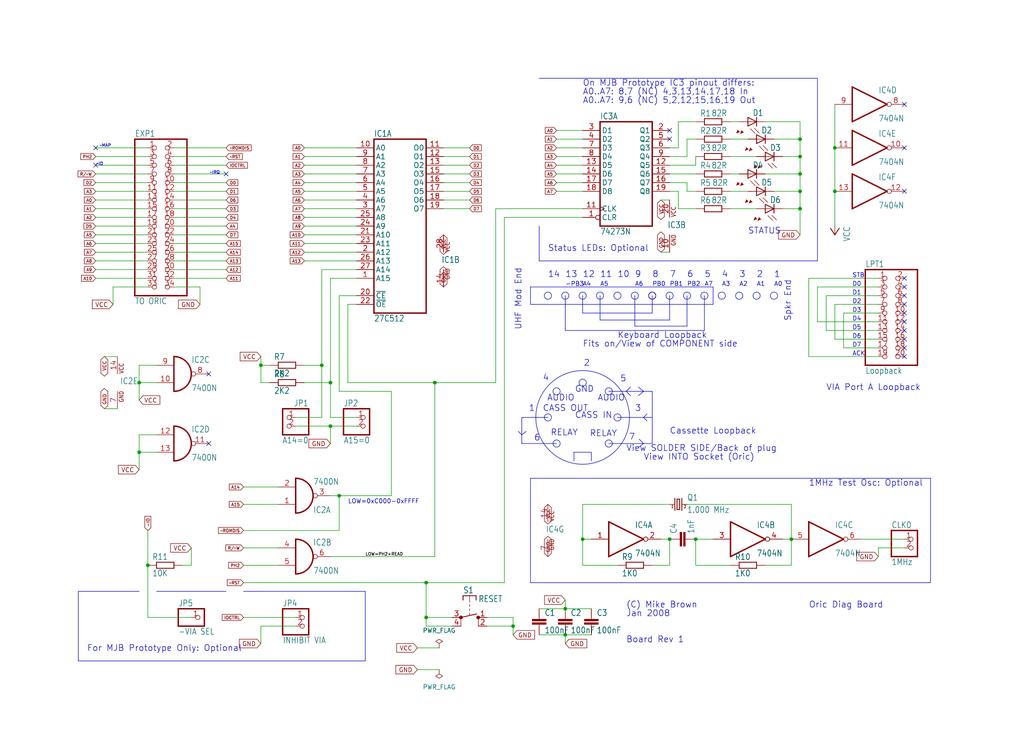
<source format=kicad_sch>
(kicad_sch (version 20250114) (generator "eeschema") (generator_version "9.0")
  (paper "User" 299.085 218.211)
  (circle (center 190.5 86.36) (radius 1.0472) (stroke (width 0.1524)))
  (circle (center 220.98 86.36) (radius 1.0472) (stroke (width 0.1524)))
  (circle (center 226.06 86.36) (radius 1.0472) (stroke (width 0.1524)))
  (circle (center 215.9 86.36) (radius 1.0472) (stroke (width 0.1524)))
  (circle (center 195.58 86.36) (radius 1.0472) (stroke (width 0.1524)))
  (circle (center 180.34 121.92) (radius 1.0472) (stroke (width 0.1524)))
  (circle (center 190.5 86.36) (radius 1.0472) (stroke (width 0.1524)))
  (circle (center 185.42 86.36) (radius 1.0472) (stroke (width 0.1524)))
  (circle (center 162.56 129.54) (radius 1.0472) (stroke (width 0.1524)))
  (circle (center 162.56 114.3) (radius 1.0472) (stroke (width 0.1524)))
  (circle (center 205.74 86.36) (radius 1.0472) (stroke (width 0.1524)))
  (circle (center 175.26 86.36) (radius 1.0472) (stroke (width 0.1524)))
  (circle (center 165.1 86.36) (radius 1.0472) (stroke (width 0.1524)))
  (circle (center 160.02 86.36) (radius 1.0472) (stroke (width 0.1524)))
  (circle (center 170.18 121.92) (radius 13.6783) (stroke (width 0.1524)))
  (circle (center 170.18 111.76) (radius 1.0472) (stroke (width 0.1524)))
  (circle (center 170.18 86.36) (radius 1.0472) (stroke (width 0.1524)))
  (circle (center 160.02 121.92) (radius 1.0472) (stroke (width 0.1524)))
  (circle (center 200.66 86.36) (radius 1.0472) (stroke (width 0.1524)))
  (circle (center 210.82 86.36) (radius 1.0472) (stroke (width 0.1524)))
  (circle (center 180.34 86.36) (radius 1.0472) (stroke (width 0.1524)))
  (circle (center 177.8 114.3) (radius 1.0472) (stroke (width 0.1524)))
  (circle (center 177.8 129.54) (radius 1.0472) (stroke (width 0.1524)))
  (text "~IRQ" (at 61.214 50.546 0) (effects (font (size 0.889 0.889)) (justify left)))
  (text "Status LEDs: Optional" (at 160.02 73.66 0) (effects (font (size 1.778 1.778)) (justify left bottom)))
  (text "9" (at 185.42 81.28 0) (effects (font (size 1.778 1.778)) (justify left bottom)))
  (text "A5" (at 175.26 83.82 0) (effects (font (size 1.27 1.27)) (justify left bottom)))
  (text "AUDIO" (at 159.766 117.348 0) (effects (font (size 1.778 1.778)) (justify left bottom)))
  (text "UHF Mod End" (at 152.4 96.52 90) (effects (font (size 1.778 1.778)) (justify left bottom)))
  (text "6" (at 200.66 81.28 0) (effects (font (size 1.778 1.778)) (justify left bottom)))
  (text "A0" (at 226.06 83.82 0) (effects (font (size 1.27 1.27)) (justify left bottom)))
  (text "On MJB Prototype IC3 pinout differs:" (at 170.18 25.4 0) (effects (font (size 1.778 1.778)) (justify left bottom)))
  (text "2" (at 220.98 81.28 0) (effects (font (size 1.778 1.778)) (justify left bottom)))
  (text "~IO" (at 30.226 48.006 0) (effects (font (size 0.889 0.889)) (justify right)))
  (text "D4" (at 248.92 93.98 0) (effects (font (size 1.27 1.27)) (justify left bottom)))
  (text "1" (at 226.06 81.28 0) (effects (font (size 1.778 1.778)) (justify left bottom)))
  (text "5" (at 181.102 111.76 0) (effects (font (size 1.778 1.778)) (justify left bottom)))
  (text "PB1" (at 195.58 83.82 0) (effects (font (size 1.27 1.27)) (justify left bottom)))
  (text "A2" (at 215.9 83.82 0) (effects (font (size 1.27 1.27)) (justify left bottom)))
  (text "ACK" (at 248.92 104.14 0) (effects (font (size 1.27 1.27)) (justify left bottom)))
  (text "D5" (at 248.92 96.52 0) (effects (font (size 1.27 1.27)) (justify left bottom)))
  (text "D0" (at 248.92 83.82 0) (effects (font (size 1.27 1.27)) (justify left bottom)))
  (text "D1" (at 248.92 86.36 0) (effects (font (size 1.27 1.27)) (justify left bottom)))
  (text "4" (at 158.496 111.506 0) (effects (font (size 1.778 1.778)) (justify left bottom)))
  (text "A1" (at 220.98 83.82 0) (effects (font (size 1.27 1.27)) (justify left bottom)))
  (text "D3" (at 248.92 91.44 0) (effects (font (size 1.27 1.27)) (justify left bottom)))
  (text "1" (at 154.432 120.396 0) (effects (font (size 1.778 1.778)) (justify left bottom)))
  (text "PB2" (at 200.66 83.82 0) (effects (font (size 1.27 1.27)) (justify left bottom)))
  (text "1MHz Test Osc: Optional" (at 236.22 142.24 0) (effects (font (size 1.778 1.778)) (justify left bottom)))
  (text "A7" (at 205.74 83.82 0) (effects (font (size 1.27 1.27)) (justify left bottom)))
  (text "CASS OUT" (at 158.496 120.396 0) (effects (font (size 1.778 1.778)) (justify left bottom)))
  (text "STB" (at 248.92 81.28 0) (effects (font (size 1.27 1.27)) (justify left bottom)))
  (text "Spkr End" (at 231.14 93.98 90) (effects (font (size 1.778 1.778)) (justify left bottom)))
  (text "11" (at 175.26 81.28 0) (effects (font (size 1.778 1.778)) (justify left bottom)))
  (text "D2" (at 248.92 88.9 0) (effects (font (size 1.27 1.27)) (justify left bottom)))
  (text "Oric Diag Board" (at 236.22 177.8 0) (effects (font (size 1.778 1.778)) (justify left bottom)))
  (text "Cassette Loopback" (at 195.58 127 0) (effects (font (size 1.778 1.778)) (justify left bottom)))
  (text "Board Rev 1" (at 182.88 187.96 0) (effects (font (size 1.778 1.778)) (justify left bottom)))
  (text "7" (at 195.58 81.28 0) (effects (font (size 1.778 1.778)) (justify left bottom)))
  (text "5" (at 205.74 81.28 0) (effects (font (size 1.778 1.778)) (justify left bottom)))
  (text "For MJB Prototype Only: Optional" (at 25.4 190.5 0) (effects (font (size 1.778 1.778)) (justify left bottom)))
  (text "-PB3" (at 165.1 83.82 0) (effects (font (size 1.27 1.27)) (justify left bottom)))
  (text "~MAP" (at 32.512 42.672 0) (effects (font (size 0.889 0.889)) (justify right)))
  (text "PB0" (at 190.5 83.82 0) (effects (font (size 1.27 1.27)) (justify left bottom)))
  (text "10" (at 180.34 81.28 0) (effects (font (size 1.778 1.778)) (justify left bottom)))
  (text "2" (at 170.434 107.188 0) (effects (font (size 1.778 1.778)) (justify left bottom)))
  (text "AUDIO" (at 174.498 117.348 0) (effects (font (size 1.778 1.778)) (justify left bottom)))
  (text "12" (at 170.18 81.28 0) (effects (font (size 1.778 1.778)) (justify left bottom)))
  (text "3" (at 185.42 120.396 0) (effects (font (size 1.778 1.778)) (justify left bottom)))
  (text "Fits on/View of COMPONENT side" (at 170.18 101.6 0) (effects (font (size 1.778 1.778)) (justify left bottom)))
  (text "A4" (at 170.18 83.82 0) (effects (font (size 1.27 1.27)) (justify left bottom)))
  (text "Jan 2008" (at 182.88 180.34 0) (effects (font (size 1.778 1.778)) (justify left bottom)))
  (text "A3" (at 210.82 83.82 0) (effects (font (size 1.27 1.27)) (justify left bottom)))
  (text "14" (at 160.02 81.28 0) (effects (font (size 1.778 1.778)) (justify left bottom)))
  (text "A0..A7: 8,7 (NC) 4,3,13,14,17,18 In" (at 170.18 27.94 0) (effects (font (size 1.778 1.778)) (justify left bottom)))
  (text "RELAY" (at 160.782 127.508 0) (effects (font (size 1.778 1.778)) (justify left bottom)))
  (text "RELAY" (at 172.212 127.762 0) (effects (font (size 1.778 1.778)) (justify left bottom)))
  (text "VIA Port A Loopback" (at 241.3 114.3 0) (effects (font (size 1.778 1.778)) (justify left bottom)))
  (text "4" (at 210.82 81.28 0) (effects (font (size 1.778 1.778)) (justify left bottom)))
  (text "8" (at 190.5 81.28 0) (effects (font (size 1.778 1.778)) (justify left bottom)))
  (text "A6" (at 185.42 83.82 0) (effects (font (size 1.27 1.27)) (justify left bottom)))
  (text "A0..A7: 9,6 (NC) 5,2,12,15,16,19 Out" (at 170.18 30.48 0) (effects (font (size 1.778 1.778)) (justify left bottom)))
  (text "Keyboard Loopback" (at 180.34 99.06 0) (effects (font (size 1.778 1.778)) (justify left bottom)))
  (text "6" (at 155.956 129.032 0) (effects (font (size 1.778 1.778)) (justify left bottom)))
  (text "View INTO Socket (Oric)" (at 187.96 134.62 0) (effects (font (size 1.778 1.778)) (justify left bottom)))
  (text "CASS IN" (at 167.894 122.428 0) (effects (font (size 1.778 1.778)) (justify left bottom)))
  (text "GND" (at 167.894 114.808 0) (effects (font (size 1.778 1.778)) (justify left bottom)))
  (text "D7" (at 248.92 101.6 0) (effects (font (size 1.27 1.27)) (justify left bottom)))
  (text "View SOLDER SIDE/Back of plug" (at 182.88 132.08 0) (effects (font (size 1.778 1.778)) (justify left bottom)))
  (text "LOW=0xC000-0xFFFF" (at 101.6 147.32 0) (effects (font (size 1.27 1.27)) (justify left bottom)))
  (text "3" (at 215.9 81.28 0) (effects (font (size 1.778 1.778)) (justify left bottom)))
  (text "13" (at 165.1 81.28 0) (effects (font (size 1.778 1.778)) (justify left bottom)))
  (text "(C) Mike Brown" (at 182.88 177.8 0) (effects (font (size 1.778 1.778)) (justify left bottom)))
  (text "STATUS" (at 218.44 68.58 0) (effects (font (size 1.778 1.778)) (justify left bottom)))
  (text "7" (at 183.642 128.778 0) (effects (font (size 1.778 1.778)) (justify left bottom)))
  (text "D6" (at 248.92 99.06 0) (effects (font (size 1.27 1.27)) (justify left bottom)))
  (junction (at 127 111.76))
  (junction (at 203.2 157.48))
  (junction (at 233.68 55.88))
  (junction (at 96.52 124.46))
  (junction (at 243.84 43.18))
  (junction (at 124.46 170.18))
  (junction (at 93.98 106.68))
  (junction (at 233.68 45.72))
  (junction (at 233.68 40.64))
  (junction (at 195.58 157.48))
  (junction (at 165.1 177.8))
  (junction (at 231.14 157.48))
  (junction (at 96.52 111.76))
  (junction (at 233.68 60.96))
  (junction (at 40.64 111.76))
  (junction (at 233.68 50.8))
  (junction (at 40.64 132.08))
  (junction (at 165.1 185.42))
  (junction (at 170.18 157.48))
  (junction (at 243.84 55.88))
  (junction (at 124.46 180.34))
  (junction (at 76.2 106.68))
  (junction (at 99.06 144.78))
  (junction (at 43.18 165.1))
  (junction (at 149.86 182.88))
  (no_connect (at 264.16 88.9))
  (no_connect (at 66.04 50.8))
  (no_connect (at 195.58 38.1))
  (no_connect (at 60.96 129.54))
  (no_connect (at 195.58 40.64))
  (no_connect (at 264.16 83.82))
  (no_connect (at 264.16 43.18))
  (no_connect (at 264.16 30.48))
  (no_connect (at 27.94 43.18))
  (no_connect (at 264.16 101.6))
  (no_connect (at 264.16 91.44))
  (no_connect (at 264.16 55.88))
  (no_connect (at 264.16 104.14))
  (no_connect (at 60.96 109.22))
  (no_connect (at 264.16 99.06))
  (no_connect (at 264.16 93.98))
  (no_connect (at 264.16 81.28))
  (no_connect (at 27.94 48.26))
  (no_connect (at 264.16 96.52))
  (no_connect (at 264.16 86.36))
  (wire (pts (xy 200.66 45.72) (xy 200.66 40.64)) (stroke (width 0.1524)))
  (wire (pts (xy 228.6 60.96) (xy 233.68 60.96)) (stroke (width 0.1524)))
  (polyline (pts (xy 190.5 86.36) (xy 190.5 91.44)) (stroke (width 0.1524) (type solid)))
  (polyline (pts (xy 208.28 88.9) (xy 208.28 83.82)) (stroke (width 0.1524) (type solid)))
  (wire (pts (xy 43.18 83.82) (xy 33.02 83.82)) (stroke (width 0.1524)))
  (wire (pts (xy 190.5 165.1) (xy 195.58 165.1)) (stroke (width 0.1524)))
  (wire (pts (xy 50.8 76.2) (xy 66.04 76.2)) (stroke (width 0.1524)))
  (polyline (pts (xy 238.76 76.2) (xy 157.48 76.2)) (stroke (width 0.1524) (type solid)))
  (wire (pts (xy 137.16 60.96) (xy 129.54 60.96)) (stroke (width 0.1524)))
  (wire (pts (xy 50.8 68.58) (xy 66.04 68.58)) (stroke (width 0.1524)))
  (wire (pts (xy 43.18 165.1) (xy 43.18 180.34)) (stroke (width 0.1524)))
  (wire (pts (xy 50.8 45.72) (xy 66.04 45.72)) (stroke (width 0.1524)))
  (wire (pts (xy 27.94 43.18) (xy 43.18 43.18)) (stroke (width 0.1524)))
  (wire (pts (xy 213.36 55.88) (xy 218.44 55.88)) (stroke (width 0.1524)))
  (wire (pts (xy 236.22 104.14) (xy 256.54 104.14)) (stroke (width 0.1524)))
  (polyline (pts (xy 187.96 114.3) (xy 186.436 113.03)) (stroke (width 0.1524) (type solid)))
  (wire (pts (xy 170.18 63.5) (xy 147.32 63.5)) (stroke (width 0.1524)))
  (wire (pts (xy 243.84 55.88) (xy 243.84 66.04)) (stroke (width 0.1524)))
  (wire (pts (xy 127 111.76) (xy 144.78 111.76)) (stroke (width 0.1524)))
  (wire (pts (xy 198.12 60.96) (xy 203.2 60.96)) (stroke (width 0.1524)))
  (wire (pts (xy 88.9 50.8) (xy 104.14 50.8)) (stroke (width 0.1524)))
  (wire (pts (xy 195.58 43.18) (xy 198.12 43.18)) (stroke (width 0.1524)))
  (wire (pts (xy 157.48 185.42) (xy 165.1 185.42)) (stroke (width 0.1524)))
  (wire (pts (xy 93.98 78.74) (xy 93.98 106.68)) (stroke (width 0.1524)))
  (wire (pts (xy 228.6 157.48) (xy 231.14 157.48)) (stroke (width 0.1524)))
  (wire (pts (xy 50.8 83.82) (xy 58.42 83.82)) (stroke (width 0.1524)))
  (wire (pts (xy 246.38 101.6) (xy 256.54 101.6)) (stroke (width 0.1524)))
  (wire (pts (xy 256.54 86.36) (xy 241.3 86.36)) (stroke (width 0.1524)))
  (wire (pts (xy 45.72 106.68) (xy 40.64 106.68)) (stroke (width 0.1524)))
  (polyline (pts (xy 200.66 86.36) (xy 200.66 95.25)) (stroke (width 0.1524) (type solid)))
  (wire (pts (xy 99.06 154.94) (xy 99.06 144.78)) (stroke (width 0.1524)))
  (wire (pts (xy 96.52 144.78) (xy 99.06 144.78)) (stroke (width 0.1524)))
  (wire (pts (xy 114.3 144.78) (xy 114.3 114.3)) (stroke (width 0.1524)))
  (wire (pts (xy 198.12 35.56) (xy 203.2 35.56)) (stroke (width 0.1524)))
  (wire (pts (xy 101.6 111.76) (xy 101.6 88.9)) (stroke (width 0.1524)))
  (wire (pts (xy 162.56 43.18) (xy 170.18 43.18)) (stroke (width 0.1524)))
  (polyline (pts (xy 188.976 122.936) (xy 187.96 121.92)) (stroke (width 0.1524) (type solid)))
  (wire (pts (xy 27.94 55.88) (xy 43.18 55.88)) (stroke (width 0.1524)))
  (wire (pts (xy 251.46 157.48) (xy 264.16 157.48)) (stroke (width 0.1524)))
  (polyline (pts (xy 190.5 91.44) (xy 170.18 91.44)) (stroke (width 0.1524) (type solid)))
  (polyline (pts (xy 152.4 127) (xy 152.4 129.54)) (stroke (width 0.1524) (type solid)))
  (polyline (pts (xy 190.5 129.54) (xy 190.5 121.92)) (stroke (width 0.1524) (type solid)))
  (wire (pts (xy 50.8 50.8) (xy 66.04 50.8)))
  (wire (pts (xy 101.6 88.9) (xy 104.14 88.9)) (stroke (width 0.1524)))
  (wire (pts (xy 243.84 88.9) (xy 243.84 99.06)) (stroke (width 0.1524)))
  (wire (pts (xy 27.94 50.8) (xy 43.18 50.8)) (stroke (width 0.1524)))
  (wire (pts (xy 76.2 111.76) (xy 78.74 111.76)) (stroke (width 0.1524)))
  (polyline (pts (xy 271.78 170.18) (xy 271.78 139.7)) (stroke (width 0.1524) (type solid)))
  (wire (pts (xy 241.3 96.52) (xy 256.54 96.52)) (stroke (width 0.1524)))
  (wire (pts (xy 203.2 157.48) (xy 203.2 165.1)) (stroke (width 0.1524)))
  (polyline (pts (xy 238.76 22.86) (xy 157.48 22.86)) (stroke (width 0.1524) (type solid)))
  (wire (pts (xy 114.3 114.3) (xy 99.06 114.3)) (stroke (width 0.1524)))
  (wire (pts (xy 104.14 81.28) (xy 96.52 81.28)) (stroke (width 0.1524)))
  (wire (pts (xy 81.28 147.32) (xy 71.12 147.32)) (stroke (width 0.1524)))
  (wire (pts (xy 76.2 104.14) (xy 76.2 106.68)) (stroke (width 0.1524)))
  (polyline (pts (xy 182.88 114.3) (xy 184.15 113.03)) (stroke (width 0.1524) (type solid)))
  (wire (pts (xy 195.58 55.88) (xy 198.12 55.88)) (stroke (width 0.1524)))
  (polyline (pts (xy 205.74 86.36) (xy 205.74 96.52)) (stroke (width 0.1524) (type solid)))
  (polyline (pts (xy 177.8 129.54) (xy 187.96 129.54)) (stroke (width 0.1524) (type solid)))
  (polyline (pts (xy 182.88 114.3) (xy 184.15 115.57)) (stroke (width 0.1524) (type solid)))
  (polyline (pts (xy 152.4 129.54) (xy 162.56 129.54)) (stroke (width 0.1524) (type solid)))
  (wire (pts (xy 203.2 165.1) (xy 213.36 165.1)) (stroke (width 0.1524)))
  (polyline (pts (xy 238.76 76.2) (xy 238.76 22.86)) (stroke (width 0.1524) (type solid)))
  (wire (pts (xy 165.1 185.42) (xy 172.72 185.42)) (stroke (width 0.1524)))
  (wire (pts (xy 121.92 189.23) (xy 128.27 189.23)))
  (polyline (pts (xy 187.96 121.92) (xy 180.34 121.92)) (stroke (width 0.1524) (type solid)))
  (wire (pts (xy 93.98 106.68) (xy 93.98 121.92)) (stroke (width 0.1524)))
  (wire (pts (xy 170.18 165.1) (xy 180.34 165.1)) (stroke (width 0.1524)))
  (wire (pts (xy 71.12 160.02) (xy 81.28 160.02)) (stroke (width 0.1524)))
  (wire (pts (xy 99.06 144.78) (xy 114.3 144.78)) (stroke (width 0.1524)))
  (wire (pts (xy 121.92 195.58) (xy 128.27 195.58)))
  (wire (pts (xy 104.14 48.26) (xy 88.9 48.26)) (stroke (width 0.1524)))
  (wire (pts (xy 243.84 43.18) (xy 243.84 55.88)) (stroke (width 0.1524)))
  (polyline (pts (xy 271.78 139.7) (xy 154.94 139.7)) (stroke (width 0.1524) (type solid)))
  (wire (pts (xy 71.12 180.34) (xy 86.36 180.34)) (stroke (width 0.1524)))
  (wire (pts (xy 233.68 45.72) (xy 233.68 50.8)) (stroke (width 0.1524)))
  (wire (pts (xy 27.94 48.26) (xy 43.18 48.26)))
  (polyline (pts (xy 186.69 128.27) (xy 187.96 129.54)) (stroke (width 0.1524) (type solid)))
  (wire (pts (xy 149.86 180.34) (xy 149.86 182.88)) (stroke (width 0.1524)))
  (wire (pts (xy 71.12 165.1) (xy 81.28 165.1)) (stroke (width 0.1524)))
  (wire (pts (xy 165.1 177.8) (xy 165.1 175.26)) (stroke (width 0.1524)))
  (wire (pts (xy 53.34 165.1) (xy 55.88 165.1)) (stroke (width 0.1524)))
  (wire (pts (xy 50.8 55.88) (xy 66.04 55.88)) (stroke (width 0.1524)))
  (wire (pts (xy 233.68 35.56) (xy 233.68 40.64)) (stroke (width 0.1524)))
  (wire (pts (xy 233.68 60.96) (xy 233.68 68.58)) (stroke (width 0.1524)))
  (polyline (pts (xy 208.28 83.82) (xy 154.94 83.82)) (stroke (width 0.1524) (type solid)))
  (polyline (pts (xy 66.04 172.72) (xy 45.72 172.72)) (stroke (width 0.1524) (type solid)))
  (polyline (pts (xy 205.74 96.52) (xy 165.1 96.52)) (stroke (width 0.1524) (type solid)))
  (wire (pts (xy 213.36 45.72) (xy 220.98 45.72)) (stroke (width 0.1524)))
  (wire (pts (xy 96.52 121.92) (xy 104.14 121.92)) (stroke (width 0.1524)))
  (polyline (pts (xy 106.68 193.04) (xy 22.86 193.04)) (stroke (width 0.1524) (type solid)))
  (wire (pts (xy 50.8 78.74) (xy 66.04 78.74)) (stroke (width 0.1524)))
  (polyline (pts (xy 190.5 121.92) (xy 190.5 114.3)) (stroke (width 0.1524) (type solid)))
  (wire (pts (xy 104.14 71.12) (xy 88.9 71.12)) (stroke (width 0.1524)))
  (wire (pts (xy 27.94 78.74) (xy 43.18 78.74)) (stroke (width 0.1524)))
  (wire (pts (xy 162.56 48.26) (xy 170.18 48.26)) (stroke (width 0.1524)))
  (polyline (pts (xy 170.18 91.44) (xy 170.18 86.36)) (stroke (width 0.1524) (type solid)))
  (wire (pts (xy 144.78 111.76) (xy 144.78 60.96)) (stroke (width 0.1524)))
  (wire (pts (xy 200.66 53.34) (xy 200.66 55.88)) (stroke (width 0.1524)))
  (polyline (pts (xy 152.4 127) (xy 153.67 125.984)) (stroke (width 0.1524) (type solid)))
  (wire (pts (xy 27.94 60.96) (xy 43.18 60.96)) (stroke (width 0.1524)))
  (wire (pts (xy 256.54 160.02) (xy 264.16 160.02)) (stroke (width 0.1524)))
  (wire (pts (xy 27.94 63.5) (xy 43.18 63.5)) (stroke (width 0.1524)))
  (wire (pts (xy 200.66 147.32) (xy 231.14 147.32)) (stroke (width 0.1524)))
  (wire (pts (xy 96.52 124.46) (xy 86.36 124.46)) (stroke (width 0.1524)))
  (wire (pts (xy 137.16 55.88) (xy 129.54 55.88)) (stroke (width 0.1524)))
  (wire (pts (xy 223.52 50.8) (xy 233.68 50.8)) (stroke (width 0.1524)))
  (wire (pts (xy 127 162.56) (xy 127 111.76)) (stroke (width 0.1524)))
  (wire (pts (xy 226.06 55.88) (xy 233.68 55.88)) (stroke (width 0.1524)))
  (polyline (pts (xy 167.64 132.08) (xy 172.72 132.08)) (stroke (width 0.1524) (type solid)))
  (wire (pts (xy 50.8 43.18) (xy 66.04 43.18)) (stroke (width 0.1524)))
  (wire (pts (xy 195.58 45.72) (xy 200.66 45.72)) (stroke (width 0.1524)))
  (wire (pts (xy 104.14 78.74) (xy 93.98 78.74)) (stroke (width 0.1524)))
  (polyline (pts (xy 154.94 88.9) (xy 208.28 88.9)) (stroke (width 0.1524) (type solid)))
  (wire (pts (xy 27.94 58.42) (xy 43.18 58.42)) (stroke (width 0.1524)))
  (wire (pts (xy 203.2 48.26) (xy 203.2 45.72)) (stroke (width 0.1524)))
  (wire (pts (xy 162.56 50.8) (xy 170.18 50.8)) (stroke (width 0.1524)))
  (wire (pts (xy 27.94 81.28) (xy 43.18 81.28)) (stroke (width 0.1524)))
  (wire (pts (xy 88.9 66.04) (xy 104.14 66.04)) (stroke (width 0.1524)))
  (wire (pts (xy 195.58 50.8) (xy 203.2 50.8)) (stroke (width 0.1524)))
  (wire (pts (xy 27.94 53.34) (xy 43.18 53.34)))
  (wire (pts (xy 50.8 66.04) (xy 66.04 66.04)) (stroke (width 0.1524)))
  (wire (pts (xy 213.36 35.56) (xy 215.9 35.56)) (stroke (width 0.1524)))
  (wire (pts (xy 195.58 157.48) (xy 193.04 157.48)) (stroke (width 0.1524)))
  (polyline (pts (xy 188.976 120.904) (xy 187.96 121.92)) (stroke (width 0.1524) (type solid)))
  (wire (pts (xy 256.54 88.9) (xy 243.84 88.9)) (stroke (width 0.1524)))
  (polyline (pts (xy 160.02 121.92) (xy 152.4 121.92)) (stroke (width 0.1524) (type solid)))
  (polyline (pts (xy 152.4 127) (xy 151.384 125.984)) (stroke (width 0.1524) (type solid)))
  (wire (pts (xy 195.58 73.66) (xy 193.04 73.66)))
  (wire (pts (xy 137.16 43.18) (xy 129.54 43.18)) (stroke (width 0.1524)))
  (polyline (pts (xy 195.58 86.36) (xy 195.58 93.472)) (stroke (width 0.1524) (type solid)))
  (polyline (pts (xy 167.64 134.62) (xy 167.64 132.08)) (stroke (width 0.1524) (type solid)))
  (wire (pts (xy 256.54 83.82) (xy 238.76 83.82)) (stroke (width 0.1524)))
  (wire (pts (xy 223.52 35.56) (xy 233.68 35.56)) (stroke (width 0.1524)))
  (wire (pts (xy 149.86 182.88) (xy 142.24 182.88)) (stroke (width 0.1524)))
  (wire (pts (xy 198.12 43.18) (xy 198.12 35.56)) (stroke (width 0.1524)))
  (polyline (pts (xy 187.96 129.54) (xy 186.69 130.556)) (stroke (width 0.1524) (type solid)))
  (wire (pts (xy 50.8 73.66) (xy 66.04 73.66)) (stroke (width 0.1524)))
  (wire (pts (xy 198.12 55.88) (xy 198.12 60.96)) (stroke (width 0.1524)))
  (wire (pts (xy 88.9 53.34) (xy 104.14 53.34)) (stroke (width 0.1524)))
  (wire (pts (xy 40.64 127) (xy 40.64 132.08)) (stroke (width 0.1524)))
  (wire (pts (xy 228.6 45.72) (xy 233.68 45.72)) (stroke (width 0.1524)))
  (polyline (pts (xy 190.5 114.3) (xy 187.96 114.3)) (stroke (width 0.1524) (type solid)))
  (wire (pts (xy 50.8 71.12) (xy 66.04 71.12)) (stroke (width 0.1524)))
  (wire (pts (xy 236.22 81.28) (xy 236.22 104.14)) (stroke (width 0.1524)))
  (wire (pts (xy 88.9 58.42) (xy 104.14 58.42)) (stroke (width 0.1524)))
  (wire (pts (xy 104.14 68.58) (xy 88.9 68.58)) (stroke (width 0.1524)))
  (wire (pts (xy 243.84 30.48) (xy 243.84 43.18)) (stroke (width 0.1524)))
  (wire (pts (xy 34.29 104.14) (xy 30.48 104.14)))
  (wire (pts (xy 124.46 182.88) (xy 132.08 182.88)) (stroke (width 0.1524)))
  (wire (pts (xy 40.64 132.08) (xy 40.64 137.16)) (stroke (width 0.1524)))
  (wire (pts (xy 96.52 111.76) (xy 88.9 111.76)) (stroke (width 0.1524)))
  (wire (pts (xy 40.64 111.76) (xy 40.64 116.84)) (stroke (width 0.1524)))
  (wire (pts (xy 50.8 63.5) (xy 66.04 63.5)) (stroke (width 0.1524)))
  (wire (pts (xy 71.12 170.18) (xy 124.46 170.18)) (stroke (width 0.1524)))
  (wire (pts (xy 195.58 53.34) (xy 200.66 53.34)) (stroke (width 0.1524)))
  (wire (pts (xy 27.94 73.66) (xy 43.18 73.66)))
  (wire (pts (xy 162.56 55.88) (xy 170.18 55.88)) (stroke (width 0.1524)))
  (wire (pts (xy 58.42 83.82) (xy 58.42 88.9)) (stroke (width 0.1524)))
  (wire (pts (xy 233.68 50.8) (xy 233.68 55.88)) (stroke (width 0.1524)))
  (wire (pts (xy 233.68 55.88) (xy 233.68 60.96)) (stroke (width 0.1524)))
  (wire (pts (xy 170.18 147.32) (xy 195.58 147.32)) (stroke (width 0.1524)))
  (wire (pts (xy 137.16 48.26) (xy 129.54 48.26)) (stroke (width 0.1524)))
  (wire (pts (xy 233.68 40.64) (xy 233.68 45.72)) (stroke (width 0.1524)))
  (wire (pts (xy 200.66 55.88) (xy 203.2 55.88)) (stroke (width 0.1524)))
  (wire (pts (xy 165.1 177.8) (xy 157.48 177.8)) (stroke (width 0.1524)))
  (wire (pts (xy 50.8 48.26) (xy 66.04 48.26)) (stroke (width 0.1524)))
  (wire (pts (xy 238.76 83.82) (xy 238.76 93.98)) (stroke (width 0.1524)))
  (wire (pts (xy 137.16 58.42) (xy 129.54 58.42)) (stroke (width 0.1524)))
  (wire (pts (xy 27.94 76.2) (xy 43.18 76.2)) (stroke (width 0.1524)))
  (wire (pts (xy 213.36 50.8) (xy 215.9 50.8)) (stroke (width 0.1524)))
  (polyline (pts (xy 22.86 172.72) (xy 22.86 193.04)) (stroke (width 0.1524) (type solid)))
  (wire (pts (xy 55.88 165.1) (xy 55.88 160.02)) (stroke (width 0.1524)))
  (wire (pts (xy 231.14 165.1) (xy 223.52 165.1)) (stroke (width 0.1524)))
  (wire (pts (xy 88.9 73.66) (xy 104.14 73.66)) (stroke (width 0.1524)))
  (wire (pts (xy 238.76 93.98) (xy 256.54 93.98)) (stroke (width 0.1524)))
  (wire (pts (xy 137.16 53.34) (xy 129.54 53.34)) (stroke (width 0.1524)))
  (wire (pts (xy 195.58 58.42) (xy 193.04 58.42)))
  (wire (pts (xy 76.2 182.88) (xy 76.2 187.96)) (stroke (width 0.1524)))
  (wire (pts (xy 226.06 40.64) (xy 233.68 40.64)) (stroke (width 0.1524)))
  (wire (pts (xy 124.46 170.18) (xy 147.32 170.18)) (stroke (width 0.1524)))
  (wire (pts (xy 86.36 182.88) (xy 76.2 182.88)) (stroke (width 0.1524)))
  (wire (pts (xy 243.84 99.06) (xy 256.54 99.06)) (stroke (width 0.1524)))
  (wire (pts (xy 172.72 157.48) (xy 170.18 157.48)) (stroke (width 0.1524)))
  (wire (pts (xy 149.86 185.42) (xy 149.86 182.88)) (stroke (width 0.1524)))
  (wire (pts (xy 96.52 162.56) (xy 127 162.56)) (stroke (width 0.1524)))
  (wire (pts (xy 27.94 68.58) (xy 43.18 68.58)) (stroke (width 0.1524)))
  (wire (pts (xy 27.94 45.72) (xy 43.18 45.72)) (stroke (width 0.1524)))
  (wire (pts (xy 241.3 86.36) (xy 241.3 96.52)) (stroke (width 0.1524)))
  (polyline (pts (xy 172.72 132.08) (xy 172.72 134.62)) (stroke (width 0.1524) (type solid)))
  (polyline (pts (xy 182.88 114.3) (xy 177.8 114.3)) (stroke (width 0.1524) (type solid)))
  (wire (pts (xy 88.9 43.18) (xy 104.14 43.18)) (stroke (width 0.1524)))
  (wire (pts (xy 88.9 76.2) (xy 104.14 76.2)) (stroke (width 0.1524)))
  (wire (pts (xy 256.54 81.28) (xy 236.22 81.28)) (stroke (width 0.1524)))
  (wire (pts (xy 88.9 55.88) (xy 104.14 55.88)) (stroke (width 0.1524)))
  (polyline (pts (xy 175.26 93.472) (xy 175.26 86.36)) (stroke (width 0.1524) (type solid)))
  (wire (pts (xy 170.18 157.48) (xy 170.18 147.32)) (stroke (width 0.1524)))
  (polyline (pts (xy 195.58 93.472) (xy 175.26 93.472)) (stroke (width 0.1524) (type solid)))
  (wire (pts (xy 50.8 58.42) (xy 66.04 58.42)) (stroke (width 0.1524)))
  (wire (pts (xy 104.14 124.46) (xy 96.52 124.46)) (stroke (width 0.1524)))
  (wire (pts (xy 40.64 132.08) (xy 45.72 132.08)) (stroke (width 0.1524)))
  (wire (pts (xy 147.32 63.5) (xy 147.32 170.18)) (stroke (width 0.1524)))
  (wire (pts (xy 99.06 86.36) (xy 104.14 86.36)) (stroke (width 0.1524)))
  (wire (pts (xy 81.28 142.24) (xy 71.12 142.24)) (stroke (width 0.1524)))
  (wire (pts (xy 43.18 180.34) (xy 55.88 180.34)) (stroke (width 0.1524)))
  (wire (pts (xy 43.18 154.94) (xy 43.18 165.1)) (stroke (width 0.1524)))
  (wire (pts (xy 96.52 81.28) (xy 96.52 111.76)) (stroke (width 0.1524)))
  (wire (pts (xy 195.58 48.26) (xy 203.2 48.26)) (stroke (width 0.1524)))
  (wire (pts (xy 170.18 53.34) (xy 162.56 53.34)) (stroke (width 0.1524)))
  (wire (pts (xy 124.46 180.34) (xy 132.08 180.34)) (stroke (width 0.1524)))
  (wire (pts (xy 137.16 50.8) (xy 129.54 50.8)) (stroke (width 0.1524)))
  (wire (pts (xy 127 111.76) (xy 101.6 111.76)) (stroke (width 0.1524)))
  (wire (pts (xy 40.64 111.76) (xy 45.72 111.76)) (stroke (width 0.1524)))
  (polyline (pts (xy 187.96 114.3) (xy 182.88 114.3)) (stroke (width 0.1524) (type solid)))
  (wire (pts (xy 246.38 91.44) (xy 246.38 101.6)) (stroke (width 0.1524)))
  (wire (pts (xy 213.36 40.64) (xy 218.44 40.64)) (stroke (width 0.1524)))
  (wire (pts (xy 256.54 91.44) (xy 246.38 91.44)) (stroke (width 0.1524)))
  (wire (pts (xy 165.1 185.42) (xy 165.1 187.96)) (stroke (width 0.1524)))
  (wire (pts (xy 88.9 63.5) (xy 104.14 63.5)) (stroke (width 0.1524)))
  (wire (pts (xy 144.78 60.96) (xy 170.18 60.96)) (stroke (width 0.1524)))
  (wire (pts (xy 76.2 106.68) (xy 76.2 111.76)) (stroke (width 0.1524)))
  (wire (pts (xy 96.52 111.76) (xy 96.52 121.92)) (stroke (width 0.1524)))
  (wire (pts (xy 200.66 40.64) (xy 203.2 40.64)) (stroke (width 0.1524)))
  (wire (pts (xy 172.72 177.8) (xy 165.1 177.8)) (stroke (width 0.1524)))
  (wire (pts (xy 213.36 60.96) (xy 220.98 60.96)) (stroke (width 0.1524)))
  (wire (pts (xy 50.8 81.28) (xy 66.04 81.28)) (stroke (width 0.1524)))
  (wire (pts (xy 170.18 157.48) (xy 170.18 165.1)) (stroke (width 0.1524)))
  (polyline (pts (xy 187.96 114.3) (xy 186.436 115.57)) (stroke (width 0.1524) (type solid)))
  (wire (pts (xy 33.02 83.82) (xy 33.02 88.9)) (stroke (width 0.1524)))
  (polyline (pts (xy 152.4 121.92) (xy 152.4 127)) (stroke (width 0.1524) (type solid)))
  (wire (pts (xy 88.9 45.72) (xy 104.14 45.72)) (stroke (width 0.1524)))
  (polyline (pts (xy 106.68 172.72) (xy 106.68 193.04)) (stroke (width 0.1524) (type solid)))
  (polyline (pts (xy 154.94 83.82) (xy 154.94 88.9)) (stroke (width 0.1524) (type solid)))
  (wire (pts (xy 231.14 147.32) (xy 231.14 157.48)) (stroke (width 0.1524)))
  (polyline (pts (xy 200.66 95.25) (xy 185.42 95.25)) (stroke (width 0.1524) (type solid)))
  (wire (pts (xy 76.2 106.68) (xy 78.74 106.68)) (stroke (width 0.1524)))
  (wire (pts (xy 142.24 180.34) (xy 149.86 180.34)) (stroke (width 0.1524)))
  (wire (pts (xy 256.54 162.56) (xy 256.54 160.02)) (stroke (width 0.1524)))
  (wire (pts (xy 137.16 45.72) (xy 129.54 45.72)) (stroke (width 0.1524)))
  (wire (pts (xy 99.06 114.3) (xy 99.06 86.36)) (stroke (width 0.1524)))
  (wire (pts (xy 231.14 157.48) (xy 231.14 165.1)) (stroke (width 0.1524)))
  (polyline (pts (xy 154.94 170.18) (xy 271.78 170.18)) (stroke (width 0.1524) (type solid)))
  (wire (pts (xy 203.2 157.48) (xy 208.28 157.48)) (stroke (width 0.1524)))
  (polyline (pts (xy 40.64 172.72) (xy 22.86 172.72)) (stroke (width 0.1524) (type solid)))
  (wire (pts (xy 34.29 119.38) (xy 30.48 119.38)))
  (wire (pts (xy 162.56 38.1) (xy 170.18 38.1)) (stroke (width 0.1524)))
  (wire (pts (xy 50.8 53.34) (xy 66.04 53.34)) (stroke (width 0.1524)))
  (wire (pts (xy 27.94 66.04) (xy 43.18 66.04)) (stroke (width 0.1524)))
  (polyline (pts (xy 190.5 121.92) (xy 187.96 121.92)) (stroke (width 0.1524) (type solid)))
  (polyline (pts (xy 185.42 95.25) (xy 185.42 86.36)) (stroke (width 0.1524) (type solid)))
  (polyline (pts (xy 157.48 76.2) (xy 157.48 66.04)) (stroke (width 0.1524) (type solid)))
  (polyline (pts (xy 71.12 172.72) (xy 106.68 172.72)) (stroke (width 0.1524) (type solid)))
  (wire (pts (xy 93.98 106.68) (xy 88.9 106.68)) (stroke (width 0.1524)))
  (wire (pts (xy 40.64 106.68) (xy 40.64 111.76)) (stroke (width 0.1524)))
  (wire (pts (xy 96.52 124.46) (xy 96.52 129.54)) (stroke (width 0.1524)))
  (polyline (pts (xy 187.96 129.54) (xy 190.5 129.54)) (stroke (width 0.1524) (type solid)))
  (wire (pts (xy 93.98 121.92) (xy 86.36 121.92)) (stroke (width 0.1524)))
  (polyline (pts (xy 165.1 96.52) (xy 165.1 86.36)) (stroke (width 0.1524) (type solid)))
  (wire (pts (xy 27.94 71.12) (xy 43.18 71.12)) (stroke (width 0.1524)))
  (wire (pts (xy 45.72 127) (xy 40.64 127)) (stroke (width 0.1524)))
  (wire (pts (xy 124.46 170.18) (xy 124.46 180.34)) (stroke (width 0.1524)))
  (wire (pts (xy 195.58 165.1) (xy 195.58 157.48)) (stroke (width 0.1524)))
  (wire (pts (xy 104.14 60.96) (xy 88.9 60.96)) (stroke (width 0.1524)))
  (wire (pts (xy 50.8 60.96) (xy 66.04 60.96)) (stroke (width 0.1524)))
  (polyline (pts (xy 154.94 139.7) (xy 154.94 170.18)) (stroke (width 0.1524) (type solid)))
  (wire (pts (xy 71.12 154.94) (xy 99.06 154.94)) (stroke (width 0.1524)))
  (wire (pts (xy 162.56 45.72) (xy 170.18 45.72)) (stroke (width 0.1524)))
  (wire (pts (xy 162.56 40.64) (xy 170.18 40.64)) (stroke (width 0.1524)))
  (wire (pts (xy 124.46 180.34) (xy 124.46 182.88)) (stroke (width 0.1524)))
  (label "LOW=PH2+READ" (at 106.68 162.56 0) (effects (font (size 0.889 0.889))))
  (global_label "A6" (shape input) (at 162.56 53.34 180) (effects (font (size 0.889 0.889))) (property "Intersheetrefs" "${INTERSHEET_REFS}" (effects (hide yes))))
  (global_label "VCC" (shape input) (at 165.1 175.26 180) (property "Intersheetrefs" "${INTERSHEET_REFS}" (effects (hide yes))))
  (global_label "R{slash}~W" (shape input) (at 27.94 50.8 180) (effects (font (size 0.889 0.889))) (property "Intersheetrefs" "${INTERSHEET_REFS}" (effects (hide yes))))
  (global_label "D5" (shape input) (at 27.94 66.04 180) (effects (font (size 0.889 0.889))) (property "Intersheetrefs" "${INTERSHEET_REFS}" (effects (hide yes))))
  (global_label "IOCTRL" (shape input) (at 66.04 48.26 0) (effects (font (size 0.889 0.889))) (property "Intersheetrefs" "${INTERSHEET_REFS}" (effects (hide yes))))
  (global_label "A6" (shape input) (at 88.9 58.42 180) (effects (font (size 0.889 0.889))) (property "Intersheetrefs" "${INTERSHEET_REFS}" (effects (hide yes))))
  (global_label "A6" (shape input) (at 27.94 71.12 180) (effects (font (size 0.889 0.889))) (property "Intersheetrefs" "${INTERSHEET_REFS}" (effects (hide yes))))
  (global_label "A2" (shape input) (at 162.56 43.18 180) (effects (font (size 0.889 0.889))) (property "Intersheetrefs" "${INTERSHEET_REFS}" (effects (hide yes))))
  (global_label "-IO" (shape input) (at 43.18 154.94 90) (effects (font (size 0.889 0.889))) (property "Intersheetrefs" "${INTERSHEET_REFS}" (effects (hide yes))))
  (global_label "A7" (shape input) (at 27.94 73.66 180) (effects (font (size 0.889 0.889))) (property "Intersheetrefs" "${INTERSHEET_REFS}" (effects (hide yes))))
  (global_label "D3" (shape input) (at 137.16 50.8 0) (effects (font (size 0.889 0.889))) (property "Intersheetrefs" "${INTERSHEET_REFS}" (effects (hide yes))))
  (global_label "GND" (shape input) (at 165.1 187.96 0) (property "Intersheetrefs" "${INTERSHEET_REFS}" (effects (hide yes))))
  (global_label "D0" (shape input) (at 137.16 43.18 0) (effects (font (size 0.889 0.889))) (property "Intersheetrefs" "${INTERSHEET_REFS}" (effects (hide yes))))
  (global_label "A0" (shape input) (at 88.9 43.18 180) (effects (font (size 0.889 0.889))) (property "Intersheetrefs" "${INTERSHEET_REFS}" (effects (hide yes))))
  (global_label "GND" (shape input) (at 256.54 162.56 180) (property "Intersheetrefs" "${INTERSHEET_REFS}" (effects (hide yes))))
  (global_label "A1" (shape input) (at 27.94 60.96 180) (effects (font (size 0.889 0.889))) (property "Intersheetrefs" "${INTERSHEET_REFS}" (effects (hide yes))))
  (global_label "A8" (shape input) (at 27.94 76.2 180) (effects (font (size 0.889 0.889))) (property "Intersheetrefs" "${INTERSHEET_REFS}" (effects (hide yes))))
  (global_label "A14" (shape input) (at 71.12 142.24 180) (effects (font (size 0.889 0.889))) (property "Intersheetrefs" "${INTERSHEET_REFS}" (effects (hide yes))))
  (global_label "A13" (shape input) (at 88.9 76.2 180) (effects (font (size 0.889 0.889))) (property "Intersheetrefs" "${INTERSHEET_REFS}" (effects (hide yes))))
  (global_label "D7" (shape input) (at 137.16 60.96 0) (effects (font (size 0.889 0.889))) (property "Intersheetrefs" "${INTERSHEET_REFS}" (effects (hide yes))))
  (global_label "A9" (shape input) (at 88.9 66.04 180) (effects (font (size 0.889 0.889))) (property "Intersheetrefs" "${INTERSHEET_REFS}" (effects (hide yes))))
  (global_label "A4" (shape input) (at 66.04 66.04 0) (effects (font (size 0.889 0.889))) (property "Intersheetrefs" "${INTERSHEET_REFS}" (effects (hide yes))))
  (global_label "~RST" (shape input) (at 71.12 170.18 180) (effects (font (size 0.889 0.889))) (property "Intersheetrefs" "${INTERSHEET_REFS}" (effects (hide yes))))
  (global_label "A1" (shape input) (at 162.56 40.64 180) (effects (font (size 0.889 0.889))) (property "Intersheetrefs" "${INTERSHEET_REFS}" (effects (hide yes))))
  (global_label "D6" (shape input) (at 66.04 58.42 0) (effects (font (size 0.889 0.889))) (property "Intersheetrefs" "${INTERSHEET_REFS}" (effects (hide yes))))
  (global_label "GND" (shape input) (at 149.86 185.42 0) (property "Intersheetrefs" "${INTERSHEET_REFS}" (effects (hide yes))))
  (global_label "A0" (shape input) (at 162.56 38.1 180) (effects (font (size 0.889 0.889))) (property "Intersheetrefs" "${INTERSHEET_REFS}" (effects (hide yes))))
  (global_label "D2" (shape input) (at 27.94 53.34 180) (effects (font (size 0.889 0.889))) (property "Intersheetrefs" "${INTERSHEET_REFS}" (effects (hide yes))))
  (global_label "A11" (shape input) (at 88.9 71.12 180) (effects (font (size 0.889 0.889))) (property "Intersheetrefs" "${INTERSHEET_REFS}" (effects (hide yes))))
  (global_label "~RST" (shape input) (at 66.04 45.72 0) (effects (font (size 0.889 0.889))) (property "Intersheetrefs" "${INTERSHEET_REFS}" (effects (hide yes))))
  (global_label "A1" (shape input) (at 88.9 45.72 180) (effects (font (size 0.889 0.889))) (property "Intersheetrefs" "${INTERSHEET_REFS}" (effects (hide yes))))
  (global_label "D1" (shape input) (at 137.16 45.72 0) (effects (font (size 0.889 0.889))) (property "Intersheetrefs" "${INTERSHEET_REFS}" (effects (hide yes))))
  (global_label "D4" (shape input) (at 137.16 53.34 0) (effects (font (size 0.889 0.889))) (property "Intersheetrefs" "${INTERSHEET_REFS}" (effects (hide yes))))
  (global_label "GND" (shape input) (at 121.92 195.58 180) (property "Intersheetrefs" "${INTERSHEET_REFS}" (effects (hide yes))))
  (global_label "A3" (shape input) (at 27.94 55.88 180) (effects (font (size 0.889 0.889))) (property "Intersheetrefs" "${INTERSHEET_REFS}" (effects (hide yes))))
  (global_label "A7" (shape input) (at 88.9 60.96 180) (effects (font (size 0.889 0.889))) (property "Intersheetrefs" "${INTERSHEET_REFS}" (effects (hide yes))))
  (global_label "GND" (shape input) (at 233.68 68.58 180) (property "Intersheetrefs" "${INTERSHEET_REFS}" (effects (hide yes))))
  (global_label "A10" (shape input) (at 88.9 68.58 180) (effects (font (size 0.889 0.889))) (property "Intersheetrefs" "${INTERSHEET_REFS}" (effects (hide yes))))
  (global_label "A12" (shape input) (at 66.04 78.74 0) (effects (font (size 0.889 0.889))) (property "Intersheetrefs" "${INTERSHEET_REFS}" (effects (hide yes))))
  (global_label "A14" (shape input) (at 66.04 73.66 0) (effects (font (size 0.889 0.889))) (property "Intersheetrefs" "${INTERSHEET_REFS}" (effects (hide yes))))
  (global_label "PH2" (shape input) (at 71.12 165.1 180) (effects (font (size 0.889 0.889))) (property "Intersheetrefs" "${INTERSHEET_REFS}" (effects (hide yes))))
  (global_label "A2" (shape input) (at 88.9 48.26 180) (effects (font (size 0.889 0.889))) (property "Intersheetrefs" "${INTERSHEET_REFS}" (effects (hide yes))))
  (global_label "D4" (shape input) (at 66.04 63.5 0) (effects (font (size 0.889 0.889))) (property "Intersheetrefs" "${INTERSHEET_REFS}" (effects (hide yes))))
  (global_label "GND" (shape bidirectional) (at 193.04 73.66 90) (effects (font (size 1.016 1.016))) (property "Intersheetrefs" "${INTERSHEET_REFS}" (effects (hide yes))))
  (global_label "D6" (shape input) (at 137.16 58.42 0) (effects (font (size 0.889 0.889))) (property "Intersheetrefs" "${INTERSHEET_REFS}" (effects (hide yes))))
  (global_label "VCC" (shape input) (at 33.02 88.9 180) (property "Intersheetrefs" "${INTERSHEET_REFS}" (effects (hide yes))))
  (global_label "VCC" (shape input) (at 55.88 160.02 180) (property "Intersheetrefs" "${INTERSHEET_REFS}" (effects (hide yes))))
  (global_label "D1" (shape input) (at 66.04 55.88 0) (effects (font (size 0.889 0.889))) (property "Intersheetrefs" "${INTERSHEET_REFS}" (effects (hide yes))))
  (global_label "VCC" (shape bidirectional) (at 193.04 58.42 270) (effects (font (size 1.016 1.016))) (property "Intersheetrefs" "${INTERSHEET_REFS}" (effects (hide yes))))
  (global_label "A11" (shape input) (at 66.04 81.28 0) (effects (font (size 0.889 0.889))) (property "Intersheetrefs" "${INTERSHEET_REFS}" (effects (hide yes))))
  (global_label "VCC" (shape input) (at 40.64 116.84 0) (property "Intersheetrefs" "${INTERSHEET_REFS}" (effects (hide yes))))
  (global_label "IOCTRL" (shape input) (at 71.12 180.34 180) (effects (font (size 0.889 0.889))) (property "Intersheetrefs" "${INTERSHEET_REFS}" (effects (hide yes))))
  (global_label "GND" (shape input) (at 76.2 187.96 180) (property "Intersheetrefs" "${INTERSHEET_REFS}" (effects (hide yes))))
  (global_label "A2" (shape input) (at 27.94 63.5 180) (effects (font (size 0.889 0.889))) (property "Intersheetrefs" "${INTERSHEET_REFS}" (effects (hide yes))))
  (global_label "A3" (shape input) (at 162.56 45.72 180) (effects (font (size 0.889 0.889))) (property "Intersheetrefs" "${INTERSHEET_REFS}" (effects (hide yes))))
  (global_label "VCC" (shape bidirectional) (at 30.48 104.14 270) (effects (font (size 1.016 1.016))) (property "Intersheetrefs" "${INTERSHEET_REFS}" (effects (hide yes))))
  (global_label "D7" (shape input) (at 66.04 68.58 0) (effects (font (size 0.889 0.889))) (property "Intersheetrefs" "${INTERSHEET_REFS}" (effects (hide yes))))
  (global_label "A5" (shape input) (at 27.94 68.58 180) (effects (font (size 0.889 0.889))) (property "Intersheetrefs" "${INTERSHEET_REFS}" (effects (hide yes))))
  (global_label "A5" (shape input) (at 162.56 50.8 180) (effects (font (size 0.889 0.889))) (property "Intersheetrefs" "${INTERSHEET_REFS}" (effects (hide yes))))
  (global_label "~ROMDIS" (shape input) (at 71.12 154.94 180) (effects (font (size 0.889 0.889))) (property "Intersheetrefs" "${INTERSHEET_REFS}" (effects (hide yes))))
  (global_label "GND" (shape input) (at 58.42 88.9 180) (property "Intersheetrefs" "${INTERSHEET_REFS}" (effects (hide yes))))
  (global_label "A7" (shape input) (at 162.56 55.88 180) (effects (font (size 0.889 0.889))) (property "Intersheetrefs" "${INTERSHEET_REFS}" (effects (hide yes))))
  (global_label "D0" (shape input) (at 66.04 53.34 0) (effects (font (size 0.889 0.889))) (property "Intersheetrefs" "${INTERSHEET_REFS}" (effects (hide yes))))
  (global_label "D3" (shape input) (at 66.04 60.96 0) (effects (font (size 0.889 0.889))) (property "Intersheetrefs" "${INTERSHEET_REFS}" (effects (hide yes))))
  (global_label "GND" (shape bidirectional) (at 160.02 162.56 90) (effects (font (size 1.016 1.016))) (property "Intersheetrefs" "${INTERSHEET_REFS}" (effects (hide yes))))
  (global_label "A5" (shape input) (at 88.9 55.88 180) (effects (font (size 0.889 0.889))) (property "Intersheetrefs" "${INTERSHEET_REFS}" (effects (hide yes))))
  (global_label "VCC" (shape bidirectional) (at 160.02 147.32 270) (effects (font (size 1.016 1.016))) (property "Intersheetrefs" "${INTERSHEET_REFS}" (effects (hide yes))))
  (global_label "A15" (shape input) (at 71.12 147.32 180) (effects (font (size 0.889 0.889))) (property "Intersheetrefs" "${INTERSHEET_REFS}" (effects (hide yes))))
  (global_label "A0" (shape input) (at 27.94 58.42 180) (effects (font (size 0.889 0.889))) (property "Intersheetrefs" "${INTERSHEET_REFS}" (effects (hide yes))))
  (global_label "GND" (shape bidirectional) (at 30.48 119.38 90) (effects (font (size 1.016 1.016))) (property "Intersheetrefs" "${INTERSHEET_REFS}" (effects (hide yes))))
  (global_label "A9" (shape input) (at 27.94 78.74 180) (effects (font (size 0.889 0.889))) (property "Intersheetrefs" "${INTERSHEET_REFS}" (effects (hide yes))))
  (global_label "GND" (shape input) (at 96.52 129.54 180) (property "Intersheetrefs" "${INTERSHEET_REFS}" (effects (hide yes))))
  (global_label "A3" (shape input) (at 88.9 50.8 180) (effects (font (size 0.889 0.889))) (property "Intersheetrefs" "${INTERSHEET_REFS}" (effects (hide yes))))
  (global_label "A12" (shape input) (at 88.9 73.66 180) (effects (font (size 0.889 0.889))) (property "Intersheetrefs" "${INTERSHEET_REFS}" (effects (hide yes))))
  (global_label "A13" (shape input) (at 66.04 76.2 0) (effects (font (size 0.889 0.889))) (property "Intersheetrefs" "${INTERSHEET_REFS}" (effects (hide yes))))
  (global_label "D5" (shape input) (at 137.16 55.88 0) (effects (font (size 0.889 0.889))) (property "Intersheetrefs" "${INTERSHEET_REFS}" (effects (hide yes))))
  (global_label "A8" (shape input) (at 88.9 63.5 180) (effects (font (size 0.889 0.889))) (property "Intersheetrefs" "${INTERSHEET_REFS}" (effects (hide yes))))
  (global_label "PH2" (shape input) (at 27.94 45.72 180) (effects (font (size 0.889 0.889))) (property "Intersheetrefs" "${INTERSHEET_REFS}" (effects (hide yes))))
  (global_label "A4" (shape input) (at 162.56 48.26 180) (effects (font (size 0.889 0.889))) (property "Intersheetrefs" "${INTERSHEET_REFS}" (effects (hide yes))))
  (global_label "R{slash}~W" (shape input) (at 71.12 160.02 180) (effects (font (size 0.889 0.889))) (property "Intersheetrefs" "${INTERSHEET_REFS}" (effects (hide yes))))
  (global_label "VCC" (shape input) (at 121.92 189.23 180) (property "Intersheetrefs" "${INTERSHEET_REFS}" (effects (hide yes))))
  (global_label "VCC" (shape input) (at 40.64 137.16 180) (property "Intersheetrefs" "${INTERSHEET_REFS}" (effects (hide yes))))
  (global_label "D2" (shape input) (at 137.16 48.26 0) (effects (font (size 0.889 0.889))) (property "Intersheetrefs" "${INTERSHEET_REFS}" (effects (hide yes))))
  (global_label "~ROMDIS" (shape input) (at 66.04 43.18 0) (effects (font (size 0.889 0.889))) (property "Intersheetrefs" "${INTERSHEET_REFS}" (effects (hide yes))))
  (global_label "A15" (shape input) (at 66.04 71.12 0) (effects (font (size 0.889 0.889))) (property "Intersheetrefs" "${INTERSHEET_REFS}" (effects (hide yes))))
  (global_label "GND" (shape bidirectional) (at 129.54 83.82 90) (effects (font (size 1.016 1.016))) (property "Intersheetrefs" "${INTERSHEET_REFS}" (effects (hide yes))))
  (global_label "VCC" (shape bidirectional) (at 129.54 68.58 270) (effects (font (size 1.016 1.016))) (property "Intersheetrefs" "${INTERSHEET_REFS}" (effects (hide yes))))
  (global_label "A10" (shape input) (at 27.94 81.28 180) (effects (font (size 0.889 0.889))) (property "Intersheetrefs" "${INTERSHEET_REFS}" (effects (hide yes))))
  (global_label "A4" (shape input) (at 88.9 53.34 180) (effects (font (size 0.889 0.889))) (property "Intersheetrefs" "${INTERSHEET_REFS}" (effects (hide yes))))
  (global_label "VCC" (shape input) (at 76.2 104.14 180) (property "Intersheetrefs" "${INTERSHEET_REFS}" (effects (hide yes))))
  (symbol (lib_id "01_DiagBoard1-eagle-import:7404N") (at 160.02 154.94 0) (unit 7)
    (property "Reference" "IC4" (at 159.385 155.575 0) (effects (font (size 1.778 1.5113)) (justify left bottom)))
    (property "Value" "7404N" (effects (hide yes)))
    (property "Footprint" "01_DiagBoard1:DIL14" (effects (hide yes)))
  )
  (symbol (lib_id "01_DiagBoard1-eagle-import:PINHD-1X2") (at 88.9 182.88 0) (unit 1)
    (property "Reference" "JP4" (at 82.55 177.165 0) (effects (font (size 1.778 1.5113)) (justify left bottom)))
    (property "Value" "INHIBIT VIA" (at 82.55 187.96 0) (effects (font (size 1.778 1.5113)) (justify left bottom)))
    (property "Footprint" "01_DiagBoard1:1X02" (effects (hide yes)))
  )
  (symbol (lib_id "01_DiagBoard1-eagle-import:PINHD-2X17") (at 45.72 63.5 0) (unit 1)
    (property "Reference" "EXP1" (at 39.37 40.005 0) (effects (font (size 1.778 1.5113)) (justify left bottom)))
    (property "Value" "TO ORIC" (at 39.37 88.9 0) (effects (font (size 1.778 1.5113)) (justify left bottom)))
    (property "Footprint" "01_DiagBoard1:2X17" (effects (hide yes)))
  )
  (symbol (lib_id "01_DiagBoard1-eagle-import:U57X32") (at 223.52 60.96 90) (unit 1)
    (property "Reference" "D6" (at 228.092 57.404 90) (effects (font (size 1.778 1.5113)) (justify left bottom)))
    (property "Value" "U57X32" (effects (hide yes)))
    (property "Footprint" "01_DiagBoard1:U57X32" (effects (hide yes)))
  )
  (symbol (lib_id "01_DiagBoard1-eagle-import:7404N") (at 254 30.48 0) (unit 4)
    (property "Reference" "IC4" (at 256.54 27.305 0) (effects (font (size 1.778 1.5113)) (justify left bottom)))
    (property "Value" "7404N" (at 256.54 35.56 0) (effects (font (size 1.778 1.5113)) (justify left bottom)))
    (property "Footprint" "01_DiagBoard1:DIL14" (effects (hide yes)))
  )
  (symbol (lib_id "01_DiagBoard1-eagle-import:7400N") (at 53.34 129.54 0) (unit 4)
    (property "Reference" "IC2" (at 55.88 126.365 0) (effects (font (size 1.778 1.5113)) (justify left bottom)))
    (property "Value" "7400N" (at 55.88 134.62 0) (effects (font (size 1.778 1.5113)) (justify left bottom)))
    (property "Footprint" "01_DiagBoard1:DIL14" (effects (hide yes)))
  )
  (symbol (lib_id "01_DiagBoard1-eagle-import:R-EU_0204/2V") (at 83.82 111.76 0) (unit 1)
    (property "Reference" "R8" (at 80.01 110.2614 0) (effects (font (size 1.778 1.5113)) (justify left bottom)))
    (property "Value" "2K2" (at 80.01 115.062 0) (effects (font (size 1.778 1.5113)) (justify left bottom)))
    (property "Footprint" "01_DiagBoard1:0204V" (effects (hide yes)))
  )
  (symbol (lib_id "01_DiagBoard1-eagle-import:7404N") (at 218.44 157.48 0) (unit 2)
    (property "Reference" "IC4" (at 220.98 154.305 0) (effects (font (size 1.778 1.5113)) (justify left bottom)))
    (property "Value" "7404N" (at 220.98 162.56 0) (effects (font (size 1.778 1.5113)) (justify left bottom)))
    (property "Footprint" "01_DiagBoard1:DIL14" (effects (hide yes)))
  )
  (symbol (lib_id "01_DiagBoard1-eagle-import:C-EU050-024X044") (at 157.48 180.34 0) (unit 1)
    (property "Reference" "C1" (at 159.004 179.959 0) (effects (font (size 1.778 1.5113)) (justify left bottom)))
    (property "Value" "100nF" (at 159.004 185.039 0) (effects (font (size 1.778 1.5113)) (justify left bottom)))
    (property "Footprint" "01_DiagBoard1:C050-024X044" (effects (hide yes)))
  )
  (symbol (lib_id "01_DiagBoard1-eagle-import:R-EU_0204/2V") (at 185.42 165.1 0) (unit 1)
    (property "Reference" "R9" (at 181.61 163.6014 0) (effects (font (size 1.778 1.5113)) (justify left bottom)))
    (property "Value" "1K0" (at 181.61 168.402 0) (effects (font (size 1.778 1.5113)) (justify left bottom)))
    (property "Footprint" "01_DiagBoard1:0204V" (effects (hide yes)))
  )
  (symbol (lib_id "power:PWR_FLAG") (at 128.27 189.23 0) (unit 1)
    (property "Reference" "#FLG01" (effects (hide yes)))
    (property "Value" "PWR_FLAG" (at 128.27 184.15 0))
    (property "Description" "Special symbol for telling ERC where power comes from" (effects (hide yes)))
  )
  (symbol (lib_id "01_DiagBoard1-eagle-import:7400N") (at 88.9 162.56 0) (unit 2)
    (property "Reference" "IC2" (at 91.44 159.385 0) (effects (font (size 1.778 1.5113)) (justify left bottom)))
    (property "Value" "7400N" (at 91.44 167.64 0) (effects (font (size 1.778 1.5113)) (justify left bottom)))
    (property "Footprint" "01_DiagBoard1:DIL14" (effects (hide yes)))
  )
  (symbol (lib_id "01_DiagBoard1-eagle-import:C-EU050-024X044") (at 165.1 180.34 0) (unit 1)
    (property "Reference" "C2" (at 166.624 179.959 0) (effects (font (size 1.778 1.5113)) (justify left bottom)))
    (property "Value" "100nF" (at 166.624 185.039 0) (effects (font (size 1.778 1.5113)) (justify left bottom)))
    (property "Footprint" "01_DiagBoard1:C050-024X044" (effects (hide yes)))
  )
  (symbol (lib_id "01_DiagBoard1-eagle-import:27512") (at 119.38 66.04 0) (unit 1)
    (property "Reference" "IC1" (at 109.22 40.005 0) (effects (font (size 1.778 1.5113)) (justify left bottom)))
    (property "Value" "27C512" (at 109.22 93.98 0) (effects (font (size 1.778 1.5113)) (justify left bottom)))
    (property "Footprint" "01_DiagBoard1:DIL28" (effects (hide yes)))
  )
  (symbol (lib_id "01_DiagBoard1-eagle-import:R-EU_0204/2V") (at 208.28 45.72 0) (unit 1)
    (property "Reference" "R3" (at 204.47 44.2214 0) (effects (font (size 1.778 1.5113)) (justify left bottom)))
    (property "Value" "82R" (at 207.772 44.196 0) (effects (font (size 1.778 1.5113)) (justify left bottom)))
    (property "Footprint" "01_DiagBoard1:0204V" (effects (hide yes)))
  )
  (symbol (lib_id "01_DiagBoard1-eagle-import:74273N") (at 195.58 66.04 0) (unit 2)
    (property "Reference" "IC3" (at 194.945 66.675 0) (effects (font (size 1.778 1.5113)) (justify left bottom)))
    (property "Value" "74273N" (effects (hide yes)))
    (property "Footprint" "01_DiagBoard1:DIL20" (effects (hide yes)))
  )
  (symbol (lib_id "01_DiagBoard1-eagle-import:R-EU_0204/2V") (at 208.28 60.96 0) (unit 1)
    (property "Reference" "R6" (at 204.47 59.4614 0) (effects (font (size 1.778 1.5113)) (justify left bottom)))
    (property "Value" "82R" (at 207.772 59.436 0) (effects (font (size 1.778 1.5113)) (justify left bottom)))
    (property "Footprint" "01_DiagBoard1:0204V" (effects (hide yes)))
  )
  (symbol (lib_id "01_DiagBoard1-eagle-import:7400N") (at 53.34 109.22 0) (unit 3)
    (property "Reference" "IC2" (at 55.88 106.045 0) (effects (font (size 1.778 1.5113)) (justify left bottom)))
    (property "Value" "7400N" (at 55.88 114.3 0) (effects (font (size 1.778 1.5113)) (justify left bottom)))
    (property "Footprint" "01_DiagBoard1:DIL14" (effects (hide yes)))
  )
  (symbol (lib_id "01_DiagBoard1-eagle-import:PINHD-1X2") (at 106.68 124.46 0) (unit 1)
    (property "Reference" "JP2" (at 100.33 118.745 0) (effects (font (size 1.778 1.5113)) (justify left bottom)))
    (property "Value" "A15=0" (at 100.33 129.54 0) (effects (font (size 1.778 1.5113)) (justify left bottom)))
    (property "Footprint" "01_DiagBoard1:1X02" (effects (hide yes)))
  )
  (symbol (lib_id "01_DiagBoard1-eagle-import:U57X32") (at 223.52 45.72 90) (unit 1)
    (property "Reference" "D3" (at 228.092 42.164 90) (effects (font (size 1.778 1.5113)) (justify left bottom)))
    (property "Value" "U57X32" (effects (hide yes)))
    (property "Footprint" "01_DiagBoard1:U57X32" (effects (hide yes)))
  )
  (symbol (lib_id "01_DiagBoard1-eagle-import:27512") (at 129.54 76.2 0) (unit 2)
    (property "Reference" "IC1" (at 128.905 76.835 0) (effects (font (size 1.778 1.5113)) (justify left bottom)))
    (property "Value" "27C512" (effects (hide yes)))
    (property "Footprint" "01_DiagBoard1:DIL28" (effects (hide yes)))
  )
  (symbol (lib_id "01_DiagBoard1-eagle-import:R-EU_0204/2V") (at 208.28 40.64 0) (unit 1)
    (property "Reference" "R2" (at 204.47 39.1414 0) (effects (font (size 1.778 1.5113)) (justify left bottom)))
    (property "Value" "82R" (at 207.772 39.116 0) (effects (font (size 1.778 1.5113)) (justify left bottom)))
    (property "Footprint" "01_DiagBoard1:0204V" (effects (hide yes)))
  )
  (symbol (lib_id "01_DiagBoard1-eagle-import:VCC") (at 243.84 68.58 180) (unit 1)
    (property "Reference" "#P+7" (effects (hide yes)))
    (property "Value" "VCC" (at 246.38 66.04 90) (effects (font (size 1.778 1.5113)) (justify left bottom)))
  )
  (symbol (lib_id "01_DiagBoard1-eagle-import:7400N") (at 88.9 144.78 0) (mirror x) (unit 1)
    (property "Reference" "IC2" (at 91.44 147.955 0) (effects (font (size 1.778 1.5113)) (justify left bottom)))
    (property "Value" "7400N" (at 91.44 139.7 0) (effects (font (size 1.778 1.5113)) (justify left bottom)))
    (property "Footprint" "01_DiagBoard1:DIL14" (effects (hide yes)))
  )
  (symbol (lib_id "01_DiagBoard1-eagle-import:74273N") (at 182.88 50.8 0) (unit 1)
    (property "Reference" "IC3" (at 175.26 34.925 0) (effects (font (size 1.778 1.5113)) (justify left bottom)))
    (property "Value" "74273N" (at 175.26 68.58 0) (effects (font (size 1.778 1.5113)) (justify left bottom)))
    (property "Footprint" "01_DiagBoard1:DIL20" (effects (hide yes)))
  )
  (symbol (lib_id "01_DiagBoard1-eagle-import:C-EU050-024X044") (at 198.12 157.48 90) (unit 1)
    (property "Reference" "C4" (at 197.739 155.956 0) (effects (font (size 1.778 1.5113)) (justify left bottom)))
    (property "Value" "1nF" (at 202.819 155.956 0) (effects (font (size 1.778 1.5113)) (justify left bottom)))
    (property "Footprint" "01_DiagBoard1:C050-024X044" (effects (hide yes)))
  )
  (symbol (lib_id "01_DiagBoard1-eagle-import:7404N") (at 241.3 157.48 0) (unit 3)
    (property "Reference" "IC4" (at 243.84 154.305 0) (effects (font (size 1.778 1.5113)) (justify left bottom)))
    (property "Value" "7404N" (at 243.84 162.56 0) (effects (font (size 1.778 1.5113)) (justify left bottom)))
    (property "Footprint" "01_DiagBoard1:DIL14" (effects (hide yes)))
  )
  (symbol (lib_id "01_DiagBoard1-eagle-import:U57X32") (at 218.44 50.8 90) (unit 1)
    (property "Reference" "D4" (at 223.012 47.244 90) (effects (font (size 1.778 1.5113)) (justify left bottom)))
    (property "Value" "U57X32" (effects (hide yes)))
    (property "Footprint" "01_DiagBoard1:U57X32" (effects (hide yes)))
  )
  (symbol (lib_id "01_DiagBoard1-eagle-import:R-EU_0204/2V") (at 208.28 50.8 0) (unit 1)
    (property "Reference" "R4" (at 204.47 49.3014 0) (effects (font (size 1.778 1.5113)) (justify left bottom)))
    (property "Value" "82R" (at 207.772 49.276 0) (effects (font (size 1.778 1.5113)) (justify left bottom)))
    (property "Footprint" "01_DiagBoard1:0204V" (effects (hide yes)))
  )
  (symbol (lib_id "01_DiagBoard1-eagle-import:R-EU_0204/2V") (at 218.44 165.1 0) (unit 1)
    (property "Reference" "R10" (at 214.63 163.6014 0) (effects (font (size 1.778 1.5113)) (justify left bottom)))
    (property "Value" "1K0" (at 214.63 168.402 0) (effects (font (size 1.778 1.5113)) (justify left bottom)))
    (property "Footprint" "01_DiagBoard1:0204V" (effects (hide yes)))
  )
  (symbol (lib_id "01_DiagBoard1-eagle-import:DT6") (at 137.16 180.34 270) (unit 1)
    (property "Reference" "S1" (at 135.255 173.355 90) (effects (font (size 1.778 1.5113)) (justify left bottom)))
    (property "Value" "RESET" (at 139.7 175.895 90) (effects (font (size 1.778 1.5113)) (justify left bottom)))
    (property "Footprint" "01_DiagBoard1:DT6" (effects (hide yes)))
  )
  (symbol (lib_id "01_DiagBoard1-eagle-import:7404N") (at 254 43.18 0) (unit 5)
    (property "Reference" "IC4" (at 256.54 40.005 0) (effects (font (size 1.778 1.5113)) (justify left bottom)))
    (property "Value" "7404N" (at 256.54 48.26 0) (effects (font (size 1.778 1.5113)) (justify left bottom)))
    (property "Footprint" "01_DiagBoard1:DIL14" (effects (hide yes)))
  )
  (symbol (lib_id "power:PWR_FLAG") (at 128.27 195.58 0) (mirror x) (unit 1)
    (property "Reference" "#FLG02" (effects (hide yes)))
    (property "Value" "PWR_FLAG" (at 128.27 200.66 0))
    (property "Description" "Special symbol for telling ERC where power comes from" (effects (hide yes)))
  )
  (symbol (lib_id "01_DiagBoard1-eagle-import:R-EU_0204/2V") (at 208.28 55.88 0) (unit 1)
    (property "Reference" "R5" (at 204.47 54.3814 0) (effects (font (size 1.778 1.5113)) (justify left bottom)))
    (property "Value" "82R" (at 208.026 54.356 0) (effects (font (size 1.778 1.5113)) (justify left bottom)))
    (property "Footprint" "01_DiagBoard1:0204V" (effects (hide yes)))
  )
  (symbol (lib_id "01_DiagBoard1-eagle-import:U57X32") (at 220.98 40.64 90) (unit 1)
    (property "Reference" "D2" (at 225.552 37.084 90) (effects (font (size 1.778 1.5113)) (justify left bottom)))
    (property "Value" "U57X32" (effects (hide yes)))
    (property "Footprint" "01_DiagBoard1:U57X32" (effects (hide yes)))
  )
  (symbol (lib_id "01_DiagBoard1-eagle-import:R-EU_0204/2V") (at 83.82 106.68 0) (unit 1)
    (property "Reference" "R7" (at 80.01 105.1814 0) (effects (font (size 1.778 1.5113)) (justify left bottom)))
    (property "Value" "2K2" (at 80.01 109.982 0) (effects (font (size 1.778 1.5113)) (justify left bottom)))
    (property "Footprint" "01_DiagBoard1:0204V" (effects (hide yes)))
  )
  (symbol (lib_id "01_DiagBoard1-eagle-import:PINHD-1X2") (at 83.82 124.46 0) (mirror y) (unit 1)
    (property "Reference" "JP1" (at 90.17 118.745 0) (effects (font (size 1.778 1.5113)) (justify left bottom)))
    (property "Value" "A14=0" (at 90.17 129.54 0) (effects (font (size 1.778 1.5113)) (justify left bottom)))
    (property "Footprint" "01_DiagBoard1:1X02" (effects (hide yes)))
  )
  (symbol (lib_id "01_DiagBoard1-eagle-import:7404N") (at 254 55.88 0) (unit 6)
    (property "Reference" "IC4" (at 256.54 52.705 0) (effects (font (size 1.778 1.5113)) (justify left bottom)))
    (property "Value" "7404N" (at 256.54 60.96 0) (effects (font (size 1.778 1.5113)) (justify left bottom)))
    (property "Footprint" "01_DiagBoard1:DIL14" (effects (hide yes)))
  )
  (symbol (lib_id "01_DiagBoard1-eagle-import:7404N") (at 182.88 157.48 0) (unit 1)
    (property "Reference" "IC4" (at 185.42 154.305 0) (effects (font (size 1.778 1.5113)) (justify left bottom)))
    (property "Value" "7404N" (at 185.42 162.56 0) (effects (font (size 1.778 1.5113)) (justify left bottom)))
    (property "Footprint" "01_DiagBoard1:DIL14" (effects (hide yes)))
  )
  (symbol (lib_id "01_DiagBoard1-eagle-import:PINHD-1X1") (at 58.42 180.34 0) (unit 1)
    (property "Reference" "JP5" (at 52.07 177.165 0) (effects (font (size 1.778 1.5113)) (justify left bottom)))
    (property "Value" "-VIA SEL" (at 52.07 185.42 0) (effects (font (size 1.778 1.5113)) (justify left bottom)))
    (property "Footprint" "01_DiagBoard1:1X01" (effects (hide yes)))
  )
  (symbol (lib_id "01_DiagBoard1-eagle-import:C-EU050-024X044") (at 172.72 180.34 0) (unit 1)
    (property "Reference" "C3" (at 174.244 179.959 0) (effects (font (size 1.778 1.5113)) (justify left bottom)))
    (property "Value" "100nF" (at 174.244 185.039 0) (effects (font (size 1.778 1.5113)) (justify left bottom)))
    (property "Footprint" "01_DiagBoard1:C050-024X044" (effects (hide yes)))
  )
  (symbol (lib_id "01_DiagBoard1-eagle-import:U57X32") (at 218.44 35.56 90) (unit 1)
    (property "Reference" "D1" (at 223.012 32.004 90) (effects (font (size 1.778 1.5113)) (justify left bottom)))
    (property "Value" "U57X32" (effects (hide yes)))
    (property "Footprint" "01_DiagBoard1:U57X32" (effects (hide yes)))
  )
  (symbol (lib_id "01_DiagBoard1-eagle-import:R-EU_0204/2V") (at 208.28 35.56 0) (unit 1)
    (property "Reference" "R1" (at 204.47 34.0614 0) (effects (font (size 1.778 1.5113)) (justify left bottom)))
    (property "Value" "82R" (at 207.772 34.036 0) (effects (font (size 1.778 1.5113)) (justify left bottom)))
    (property "Footprint" "01_DiagBoard1:0204V" (effects (hide yes)))
  )
  (symbol (lib_id "01_DiagBoard1-eagle-import:R-EU_0204/2V") (at 48.26 165.1 0) (unit 1)
    (property "Reference" "R11" (at 44.45 163.6014 0) (effects (font (size 1.778 1.5113)) (justify left bottom)))
    (property "Value" "10K" (at 44.45 168.402 0) (effects (font (size 1.778 1.5113)) (justify left bottom)))
    (property "Footprint" "01_DiagBoard1:0204V" (effects (hide yes)))
  )
  (symbol (lib_id "01_DiagBoard1-eagle-import:7400N") (at 34.29 111.76 0) (unit 5)
    (property "Reference" "IC2" (at 35.052 112.268 0) (effects (font (size 1.778 1.5113)) (justify left bottom)))
    (property "Value" "7400N" (effects (hide yes)))
    (property "Footprint" "01_DiagBoard1:DIL14" (effects (hide yes)))
  )
  (symbol (lib_id "01_DiagBoard1-eagle-import:CRYTALHC18U-V") (at 198.12 147.32 0) (unit 1)
    (property "Reference" "Q1" (at 200.66 146.304 0) (effects (font (size 1.778 1.5113)) (justify left bottom)))
    (property "Value" "1.000 MHz" (at 200.66 149.86 0) (effects (font (size 1.778 1.5113)) (justify left bottom)))
    (property "Footprint" "01_DiagBoard1:HC18U-V" (effects (hide yes)))
  )
  (symbol (lib_id "01_DiagBoard1-eagle-import:PINHD-1X2") (at 266.7 160.02 0) (unit 1)
    (property "Reference" "CLK0" (at 260.35 154.305 0) (effects (font (size 1.778 1.5113)) (justify left bottom)))
    (property "Value" "1MHz" (at 260.35 165.1 0) (effects (font (size 1.778 1.5113)) (justify left bottom)))
    (property "Footprint" "01_DiagBoard1:1X02" (effects (hide yes)))
  )
  (symbol (lib_id "01_DiagBoard1-eagle-import:PINHD-2X10") (at 259.08 91.44 0) (unit 1)
    (property "Reference" "LPT1" (at 252.73 78.105 0) (effects (font (size 1.778 1.5113)) (justify left bottom)))
    (property "Value" "Loopback" (at 252.73 109.22 0) (effects (font (size 1.778 1.5113)) (justify left bottom)))
    (property "Footprint" "01_DiagBoard1:2X10" (effects (hide yes)))
  )
  (symbol (lib_id "01_DiagBoard1-eagle-import:U57X32") (at 220.98 55.88 90) (unit 1)
    (property "Reference" "D5" (at 225.552 52.324 90) (effects (font (size 1.778 1.5113)) (justify left bottom)))
    (property "Value" "U57X32" (effects (hide yes)))
    (property "Footprint" "01_DiagBoard1:U57X32" (effects (hide yes)))
  )
)
</source>
